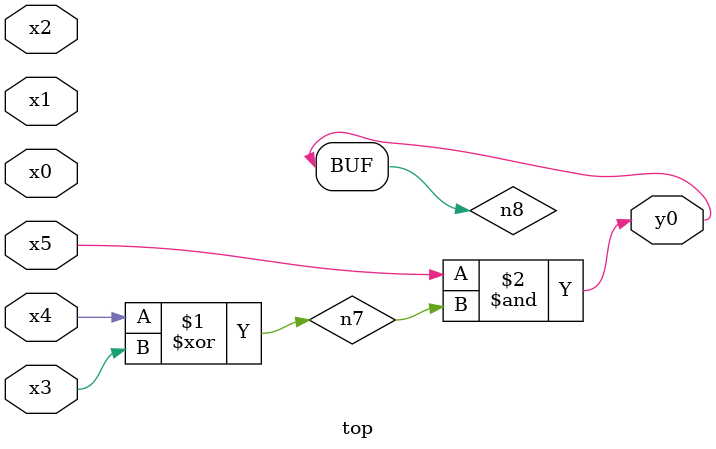
<source format=v>
module top( x0 , x1 , x2 , x3 , x4 , x5 , y0 );
  input x0 , x1 , x2 , x3 , x4 , x5 ;
  output y0 ;
  wire n7 , n8 ;
  assign n7 = x4 ^ x3 ;
  assign n8 = x5 & n7 ;
  assign y0 = n8 ;
endmodule

</source>
